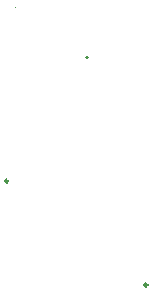
<source format=gto>
G04*
G04 #@! TF.GenerationSoftware,Altium Limited,Altium Designer,22.8.2 (66)*
G04*
G04 Layer_Color=65535*
%FSLAX44Y44*%
%MOMM*%
G71*
G04*
G04 #@! TF.SameCoordinates,1C822ADC-4D7C-47C7-80CC-BC155C960612*
G04*
G04*
G04 #@! TF.FilePolarity,Positive*
G04*
G01*
G75*
%ADD10C,0.2000*%
%ADD11C,0.2500*%
%ADD12C,0.1000*%
D10*
X1686610Y513910D02*
G03*
X1686610Y513910I-1000J0D01*
G01*
D11*
X1618760Y409190D02*
G03*
X1618760Y409190I-1250J0D01*
G01*
X1736680Y321200D02*
G03*
X1736680Y321200I-1250J0D01*
G01*
D12*
X1624447Y555937D02*
G03*
X1625447Y555937I500J0D01*
G01*
D02*
G03*
X1624447Y555937I-500J0D01*
G01*
M02*

</source>
